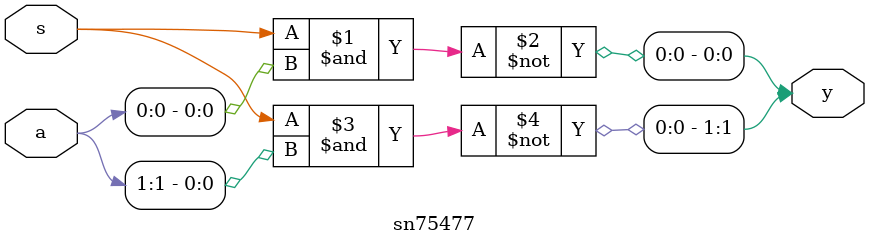
<source format=v>
/*
 * 75477:
 * Essentially a two-input NAND gate driver
 */
module sn75477(
	     s,
	     a,
	     y
	     );

   input s;
   input [1:0] a;
   output [1:0] y;

   assign y[0] = ~(s & a[0]);
   assign y[1] = ~(s & a[1]);
   
endmodule // 75477

</source>
